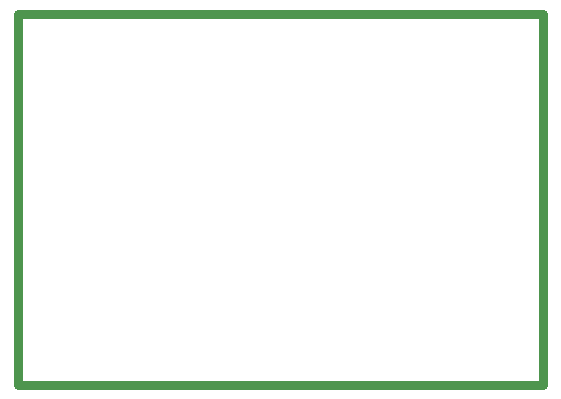
<source format=gko>
%FSLAX25Y25*%
%MOIN*%
G70*
G01*
G75*
G04 Layer_Color=16711935*
%ADD10C,0.00800*%
%ADD11O,0.01575X0.05331*%
%ADD12O,0.01575X0.06315*%
%ADD13O,0.01575X0.08874*%
%ADD14O,0.01575X0.04331*%
%ADD15O,0.05331X0.01575*%
%ADD16O,0.06315X0.01575*%
%ADD17R,0.02362X0.04724*%
%ADD18R,0.03347X0.03150*%
%ADD19R,0.03150X0.03347*%
%ADD20R,0.06890X0.03937*%
%ADD21R,0.02600X0.03300*%
%ADD22R,0.07874X0.02559*%
%ADD23C,0.00600*%
%ADD24C,0.01400*%
%ADD25C,0.02000*%
%ADD26C,0.10000*%
%ADD27C,0.05500*%
%ADD28R,0.05500X0.05500*%
%ADD29C,0.03300*%
%ADD30R,0.05500X0.05500*%
%ADD31R,0.05700X0.05700*%
%ADD32C,0.05700*%
%ADD33C,0.07480*%
%ADD34C,0.02700*%
%ADD35C,0.05000*%
%ADD36C,0.01000*%
%ADD37R,0.05000X0.02500*%
%ADD38R,0.02500X0.05000*%
%ADD39C,0.01575*%
%ADD40C,0.00984*%
%ADD41C,0.02500*%
%ADD42C,0.01969*%
%ADD43C,0.00787*%
%ADD44O,0.02375X0.06131*%
%ADD45O,0.02375X0.07115*%
%ADD46O,0.02375X0.09674*%
%ADD47O,0.02375X0.05131*%
%ADD48O,0.06131X0.02375*%
%ADD49O,0.07115X0.02375*%
%ADD50R,0.03162X0.05524*%
%ADD51R,0.04147X0.03950*%
%ADD52R,0.03950X0.04147*%
%ADD53R,0.07690X0.04737*%
%ADD54R,0.03400X0.04100*%
%ADD55R,0.08674X0.03359*%
%ADD56C,0.10800*%
%ADD57C,0.06300*%
%ADD58R,0.06300X0.06300*%
%ADD59C,0.04100*%
%ADD60R,0.06300X0.06300*%
%ADD61R,0.06500X0.06500*%
%ADD62C,0.06500*%
%ADD63C,0.08280*%
%ADD64C,0.00100*%
%ADD65R,0.05800X0.06300*%
%ADD66R,0.06300X0.05800*%
%ADD67C,0.05800*%
%ADD68C,0.06000*%
%ADD69C,0.03000*%
D69*
X-18300Y-10200D02*
X156900D01*
Y113600D01*
X-18300D02*
X156900D01*
X-18300Y-10200D02*
Y113600D01*
M02*

</source>
